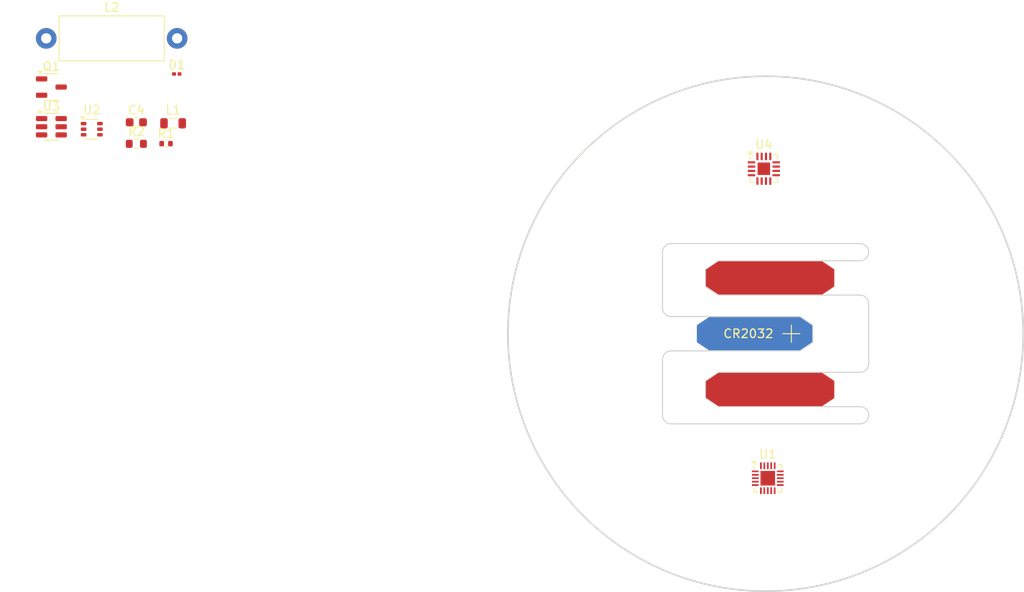
<source format=kicad_pcb>
(kicad_pcb (version 20240108) (generator "pcbnew") (generator_version "8.0")
  (layers (0 "F.Cu" signal) (31 "B.Cu" signal) (34 "B.Paste" user) (35 "F.Paste" user) (36 "B.SilkS" user "B.Silkscreen") (37 "F.SilkS" user "F.Silkscreen") (38 "B.Mask" user) (39 "F.Mask" user) (44 "Edge.Cuts" user))
  (net 0 "")
  (net 1 "GND")
  (net 2 "+3V3")
  (net 3 "Net-(BT1-+)")
  (net 4 "Net-(U3-SW)")
  (net 5 "Net-(C10-Pad1)")
  (net 6 "/+3V3_SW")
  (net 7 "Net-(Q1-D)")
  (net 8 "Net-(Q1-G)")
  (net 9 "/MCU_SCL")
  (net 10 "/MCU_SDA")
  (net 11 "/MCU_DAC0")
  (net 16 "/BUZZER_PULSE")
  (net 17 "/~{TX_EN}")
  (net 18 "/MCU_UPDI")
  (net 19 "/OUTPUT_PWR_EN")
  (net 27 "Net-(U3-V_{FB})")
  (net 28 "Net-(U4-XB)")
  (net 29 "/CLK1_T")
  (net 33 "Net-(U4-XA)")
  (footprint "Package_TO_SOT_SMD:SOT-23-6" (layer "F.Cu") (at 72.7785 71.647)
    (property "Reference" "U3" (at 0 -2.4 0) (layer "F.SilkS"))
    (property "Value" "TLV61070ADBV")
    (fp_line (start 0 -1.56) (end -0.8 -1.56) (stroke (width 0.12)) (layer "F.SilkS"))
    (fp_line (start 0 -1.56) (end 0.8 -1.56) (stroke (width 0.12)) (layer "F.SilkS"))
    (fp_line (start 0 1.56) (end -0.8 1.56) (stroke (width 0.12)) (layer "F.SilkS"))
    (fp_line (start 0 1.56) (end 0.8 1.56) (stroke (width 0.12)) (layer "F.SilkS"))
    (fp_poly (pts (xy -1.3 -1.51) (xy -1.54 -1.84) (xy -1.06 -1.84) (xy -1.3 -1.51)) (stroke (width 0.12)) (fill solid) (layer "F.SilkS"))
    (pad "1" smd roundrect (at -1.1375 -0.95) (size 1.325 0.6) (layers "F.Cu" "F.Paste" "F.Mask") (net 4 "Net-(U3-SW)"))
    (pad "2" smd roundrect (at -1.1375 0) (size 1.325 0.6) (layers "F.Cu" "F.Paste" "F.Mask") (net 1 "GND"))
    (pad "3" smd roundrect (at -1.1375 0.95) (size 1.325 0.6) (layers "F.Cu" "F.Paste" "F.Mask") (net 3 "Net-(BT1-+)"))
    (pad "4" smd roundrect (at 1.1375 0.95) (size 1.325 0.6) (layers "F.Cu" "F.Paste" "F.Mask") (net 27 "Net-(U3-V_{FB})"))
    (pad "5" smd roundrect (at 1.1375 0) (size 1.325 0.6) (layers "F.Cu" "F.Paste" "F.Mask") (net 2 "+3V3"))
    (pad "6" smd roundrect (at 1.1375 -0.95) (size 1.325 0.6) (layers "F.Cu" "F.Paste" "F.Mask") (net 3 "Net-(BT1-+)"))
  )
  (footprint "Solderless_CR2032_Holder:CR2032_PCBcutout" (layer "F.Cu") (at 161.417 95.758)
    (property "Reference" "BT1" (hide yes))
    (property "Value" "Battery_Cell" (hide yes))
    (fp_line (start -2.5 -1) (end -2.5 1) (stroke (width 0.12)) (layer "F.SilkS"))
    (fp_line (start -1.5 0) (end -3.5 0) (stroke (width 0.12)) (layer "F.SilkS"))
    (fp_line (start -17.5 -9.5) (end -17.5 -3) (stroke (width 0.12)) (layer "Edge.Cuts"))
    (fp_line (start -17.5 3) (end -17.5 9.5) (stroke (width 0.12)) (layer "Edge.Cuts"))
    (fp_line (start -16.5 -2) (end -1.5 -2) (stroke (width 0.12)) (layer "Edge.Cuts"))
    (fp_line (start -16.5 10.5) (end 5.5 10.5) (stroke (width 0.12)) (layer "Edge.Cuts"))
    (fp_line (start -12.5 -7.5) (end -11 -8.5) (stroke (width 0.12)) (layer "Edge.Cuts"))
    (fp_line (start -12.5 -5.5) (end -12.5 -7.5) (stroke (width 0.12)) (layer "Edge.Cuts"))
    (fp_line (start -12.5 5.5) (end -11 4.5) (stroke (width 0.12)) (layer "Edge.Cuts"))
    (fp_line (start -12.5 7.5) (end -12.5 5.5) (stroke (width 0.12)) (layer "Edge.Cuts"))
    (fp_line (start -11 -8.5) (end 5.5 -8.5) (stroke (width 0.12)) (layer "Edge.Cuts"))
    (fp_line (start -11 -4.5) (end -12.5 -5.5) (stroke (width 0.12)) (layer "Edge.Cuts"))
    (fp_line (start -11 4.5) (end 5.5 4.5) (stroke (width 0.12)) (layer "Edge.Cuts"))
    (fp_line (start -11 8.5) (end -12.5 7.5) (stroke (width 0.12)) (layer "Edge.Cuts"))
    (fp_line (start -1.5 -2) (end 0 -1) (stroke (width 0.12)) (layer "Edge.Cuts"))
    (fp_line (start -1.5 2) (end -16.5 2) (stroke (width 0.12)) (layer "Edge.Cuts"))
    (fp_line (start 0 -1) (end 0 1) (stroke (width 0.12)) (layer "Edge.Cuts"))
    (fp_line (start 0 1) (end -1.5 2) (stroke (width 0.12)) (layer "Edge.Cuts"))
    (fp_line (start 5.5 -10.5) (end -16.5 -10.5) (stroke (width 0.12)) (layer "Edge.Cuts"))
    (fp_line (start 5.5 -4.5) (end -11 -4.5) (stroke (width 0.12)) (layer "Edge.Cuts"))
    (fp_line (start 5.5 8.5) (end -11 8.5) (stroke (width 0.12)) (layer "Edge.Cuts"))
    (fp_line (start 6.5 3.5) (end 6.5 -3.5) (stroke (width 0.12)) (layer "Edge.Cuts"))
    (fp_arc (start -17.5 -9.5) (mid -17.207107 -10.207107) (end -16.5 -10.5) (stroke (width 0.12)) (layer "Edge.Cuts"))
    (fp_arc (start -17.5 3) (mid -17.207107 2.292893) (end -16.5 2) (stroke (width 0.12)) (layer "Edge.Cuts"))
    (fp_arc (start -16.5 -2) (mid -17.207107 -2.292893) (end -17.5 -3) (stroke (width 0.12)) (layer "Edge.Cuts"))
    (fp_arc (start -16.5 10.5) (mid -17.207107 10.207107) (end -17.5 9.5) (stroke (width 0.12)) (layer "Edge.Cuts"))
    (fp_arc (start 5.5 -10.5) (mid 6.207107 -10.207107) (end 6.5 -9.5) (stroke (width 0.12)) (layer "Edge.Cuts"))
    (fp_arc (start 5.5 -4.5) (mid 6.207107 -4.207107) (end 6.5 -3.5) (stroke (width 0.12)) (layer "Edge.Cuts"))
    (fp_arc (start 5.5 8.5) (mid 6.207107 8.792893) (end 6.5 9.5) (stroke (width 0.12)) (layer "Edge.Cuts"))
    (fp_arc (start 6.5 -9.5) (mid 6.207107 -8.792893) (end 5.5 -8.5) (stroke (width 0.12)) (layer "Edge.Cuts"))
    (fp_arc (start 6.5 3.5) (mid 6.207107 4.207107) (end 5.5 4.5) (stroke (width 0.12)) (layer "Edge.Cuts"))
    (fp_arc (start 6.5 9.5) (mid 6.207107 10.207107) (end 5.5 10.5) (stroke (width 0.12)) (layer "Edge.Cuts"))
    (fp_text user "CR2032" (at -7.5 0 0) (layer "F.SilkS"))
    (pad "1" smd custom (at -7.5 0) (size 1 1) (layers "B.Cu" "B.Paste" "B.Mask") (options (clearance outline) (anchor rect)) (primitives (gr_poly (pts (xy -4.5 2) (xy 6 2) (xy 7.5 1) (xy 7.5 -1) (xy 6 -2) (xy -4.5 -2) (xy -6 -1) (xy -6 1)) (width 0) (fill yes))))
    (pad "2" smd custom (at -5 -6.5) (size 15 1.524) (layers "F.Cu" "F.Paste" "F.Mask") (options (clearance outline) (anchor rect)) (primitives (gr_poly (pts (xy -6 2) (xy 6 2) (xy 7.5 1) (xy 7.5 -1) (xy 6 -2) (xy -6 -2) (xy -7.5 -1) (xy -7.5 1)) (width 0) (fill yes))))
    (pad "2" smd custom (at -5 6.5) (size 15 1.524) (layers "F.Cu" "F.Paste" "F.Mask") (options (clearance outline) (anchor rect)) (primitives (gr_poly (pts (xy -6 2) (xy 6 2) (xy 7.5 1) (xy 7.5 -1) (xy 6 -2) (xy -6 -2) (xy -7.5 -1) (xy -7.5 1)) (width 0) (fill yes))))
  )
  (footprint "Inductor_SMD:L_0805_2012Metric" (layer "F.Cu") (at 86.9485 71.247)
    (property "Reference" "L1" (at 0 -1.55 0) (layer "F.SilkS"))
    (property "Value" "4.7uH")
    (fp_line (start -0.399622 -0.56) (end 0.399622 -0.56) (stroke (width 0.12)) (layer "F.SilkS"))
    (fp_line (start -0.399622 0.56) (end 0.399622 0.56) (stroke (width 0.12)) (layer "F.SilkS"))
    (pad "1" smd roundrect (at -1.0625 0) (size 0.875 1.2) (layers "F.Cu" "F.Paste" "F.Mask") (net 3 "Net-(BT1-+)"))
    (pad "2" smd roundrect (at 1.0625 0) (size 0.875 1.2) (layers "F.Cu" "F.Paste" "F.Mask") (net 4 "Net-(U3-SW)"))
  )
  (footprint "Inductor_THT:L_Axial_L12.0mm_D5.0mm_P15.24mm_Horizontal_Fastron_MISC" (layer "F.Cu") (at 72.1785 61.347)
    (property "Reference" "L2" (at 7.62 -3.62 0) (layer "F.SilkS"))
    (property "Value" "100mH")
    (fp_line (start 1.44 0) (end 1.5 0) (stroke (width 0.12)) (layer "F.SilkS"))
    (fp_line (start 1.5 -2.62) (end 1.5 2.62) (stroke (width 0.12)) (layer "F.SilkS"))
    (fp_line (start 1.5 2.62) (end 13.74 2.62) (stroke (width 0.12)) (layer "F.SilkS"))
    (fp_line (start 13.74 -2.62) (end 1.5 -2.62) (stroke (width 0.12)) (layer "F.SilkS"))
    (fp_line (start 13.74 2.62) (end 13.74 -2.62) (stroke (width 0.12)) (layer "F.SilkS"))
    (fp_line (start 13.8 0) (end 13.74 0) (stroke (width 0.12)) (layer "F.SilkS"))
    (pad "1" thru_hole circle (at 0 0) (size 2.4 2.4) (drill 1.2) (layers "*.Cu" "*.Mask") (net 5 "Net-(C10-Pad1)"))
    (pad "2" thru_hole oval (at 15.24 0) (size 2.4 2.4) (drill 1.2) (layers "*.Cu" "*.Mask") (net 6 "/+3V3_SW"))
  )
  (footprint "Resistor_SMD:R_0402_1005Metric" (layer "F.Cu") (at 86.1285 73.617)
    (property "Reference" "R1" (at 0 -1.17 0) (layer "F.SilkS"))
    (property "Value" "1k8")
    (fp_line (start -0.153641 -0.38) (end 0.153641 -0.38) (stroke (width 0.12)) (layer "F.SilkS"))
    (fp_line (start -0.153641 0.38) (end 0.153641 0.38) (stroke (width 0.12)) (layer "F.SilkS"))
    (pad "1" smd roundrect (at -0.51 0) (size 0.54 0.64) (layers "F.Cu" "F.Paste" "F.Mask") (net 6 "/+3V3_SW"))
    (pad "2" smd roundrect (at 0.51 0) (size 0.54 0.64) (layers "F.Cu" "F.Paste" "F.Mask") (net 9 "/MCU_SCL"))
  )
  (footprint "Resistor_SMD:R_0603_1608Metric" (layer "F.Cu") (at 82.6685 73.637)
    (property "Reference" "R2" (at 0 -1.43 0) (layer "F.SilkS"))
    (property "Value" "1k8")
    (fp_line (start -0.237258 -0.5225) (end 0.237258 -0.5225) (stroke (width 0.12)) (layer "F.SilkS"))
    (fp_line (start -0.237258 0.5225) (end 0.237258 0.5225) (stroke (width 0.12)) (layer "F.SilkS"))
    (pad "1" smd roundrect (at -0.825 0) (size 0.8 0.95) (layers "F.Cu" "F.Paste" "F.Mask") (net 6 "/+3V3_SW"))
    (pad "2" smd roundrect (at 0.825 0) (size 0.8 0.95) (layers "F.Cu" "F.Paste" "F.Mask") (net 10 "/MCU_SDA"))
  )
  (footprint "Package_TO_SOT_SMD:SOT-23-3" (layer "F.Cu") (at 72.7785 67.022)
    (property "Reference" "Q1" (at 0 -2.4 0) (layer "F.SilkS"))
    (property "Value" "MMUN2238LT1G")
    (fp_line (start 0 -1.56) (end -0.8 -1.56) (stroke (width 0.12)) (layer "F.SilkS"))
    (fp_line (start 0 -1.56) (end 0.8 -1.56) (stroke (width 0.12)) (layer "F.SilkS"))
    (fp_line (start 0 1.56) (end -0.8 1.56) (stroke (width 0.12)) (layer "F.SilkS"))
    (fp_line (start 0 1.56) (end 0.8 1.56) (stroke (width 0.12)) (layer "F.SilkS"))
    (fp_poly (pts (xy -1.3 -1.51) (xy -1.54 -1.84) (xy -1.06 -1.84) (xy -1.3 -1.51)) (stroke (width 0.12)) (fill solid) (layer "F.SilkS"))
    (pad "1" smd roundrect (at -1.1375 -0.95) (size 1.325 0.6) (layers "F.Cu" "F.Paste" "F.Mask") (net 7 "Net-(Q1-D)"))
    (pad "2" smd roundrect (at -1.1375 0.95) (size 1.325 0.6) (layers "F.Cu" "F.Paste" "F.Mask") (net 1 "GND"))
    (pad "3" smd roundrect (at 1.1375 0) (size 1.325 0.6) (layers "F.Cu" "F.Paste" "F.Mask") (net 8 "Net-(Q1-G)"))
  )
  (footprint "Package_DFN_QFN:QFN-16-1EP_3x3mm_P0.5mm_EP1.45x1.45mm" (layer "F.Cu") (at 155.714 76.5405)
    (property "Reference" "U4" (at 0 -2.83 0) (layer "F.SilkS"))
    (property "Value" "Si5351B-B-GM1")
    (fp_line (start -1.61 -1.135) (end -1.61 -1.37) (stroke (width 0.12)) (layer "F.SilkS"))
    (fp_line (start -1.61 1.61) (end -1.61 1.135) (stroke (width 0.12)) (layer "F.SilkS"))
    (fp_line (start -1.135 -1.61) (end -1.31 -1.61) (stroke (width 0.12)) (layer "F.SilkS"))
    (fp_line (start -1.135 1.61) (end -1.61 1.61) (stroke (width 0.12)) (layer "F.SilkS"))
    (fp_line (start 1.135 -1.61) (end 1.61 -1.61) (stroke (width 0.12)) (layer "F.SilkS"))
    (fp_line (start 1.135 1.61) (end 1.61 1.61) (stroke (width 0.12)) (layer "F.SilkS"))
    (fp_line (start 1.61 -1.61) (end 1.61 -1.135) (stroke (width 0.12)) (layer "F.SilkS"))
    (fp_line (start 1.61 1.61) (end 1.61 1.135) (stroke (width 0.12)) (layer "F.SilkS"))
    (fp_poly (pts (xy -1.61 -1.61) (xy -1.85 -1.94) (xy -1.37 -1.94) (xy -1.61 -1.61)) (stroke (width 0.12)) (fill solid) (layer "F.SilkS"))
    (pad "1" smd roundrect (at -1.4375 -0.75) (size 0.875 0.25) (layers "F.Cu" "F.Paste" "F.Mask") (net 33 "Net-(U4-XA)"))
    (pad "2" smd roundrect (at -1.4375 -0.25) (size 0.875 0.25) (layers "F.Cu" "F.Paste" "F.Mask") (net 28 "Net-(U4-XB)"))
    (pad "3" smd roundrect (at -1.4375 0.25) (size 0.875 0.25) (layers "F.Cu" "F.Paste" "F.Mask") (net 11 "/MCU_DAC0"))
    (pad "4" smd roundrect (at -1.4375 0.75) (size 0.875 0.25) (layers "F.Cu" "F.Paste" "F.Mask") (net 9 "/MCU_SCL"))
    (pad "5" smd roundrect (at -0.75 1.4375) (size 0.25 0.875) (layers "F.Cu" "F.Paste" "F.Mask") (net 10 "/MCU_SDA"))
    (pad "6" smd roundrect (at -0.25 1.4375) (size 0.25 0.875) (layers "F.Cu" "F.Paste" "F.Mask") (net 17 "/~{TX_EN}"))
    (pad "7" smd roundrect (at 0.25 1.4375) (size 0.25 0.875) (layers "F.Cu" "F.Paste" "F.Mask") (net 29 "/CLK1_T"))
    (pad "8" smd roundrect (at 0.75 1.4375) (size 0.25 0.875) (layers "F.Cu" "F.Paste" "F.Mask") (net 6 "/+3V3_SW"))
    (pad "9" smd roundrect (at 1.4375 0.75) (size 0.875 0.25) (layers "F.Cu" "F.Paste" "F.Mask") (net 6 "/+3V3_SW"))
    (pad "10" smd roundrect (at 1.4375 0.25) (size 0.875 0.25) (layers "F.Cu" "F.Paste" "F.Mask"))
    (pad "11" smd roundrect (at 1.4375 -0.25) (size 0.875 0.25) (layers "F.Cu" "F.Paste" "F.Mask") (net 6 "/+3V3_SW"))
    (pad "12" smd roundrect (at 1.4375 -0.75) (size 0.875 0.25) (layers "F.Cu" "F.Paste" "F.Mask"))
    (pad "13" smd roundrect (at 0.75 -1.4375) (size 0.25 0.875) (layers "F.Cu" "F.Paste" "F.Mask"))
    (pad "14" smd roundrect (at 0.25 -1.4375) (size 0.25 0.875) (layers "F.Cu" "F.Paste" "F.Mask") (net 6 "/+3V3_SW"))
    (pad "15" smd roundrect (at -0.25 -1.4375) (size 0.25 0.875) (layers "F.Cu" "F.Paste" "F.Mask") (net 1 "GND"))
    (pad "16" smd roundrect (at -0.75 -1.4375) (size 0.25 0.875) (layers "F.Cu" "F.Paste" "F.Mask") (net 6 "/+3V3_SW"))
    (pad "17" smd rect (at 0 0) (size 1.45 1.45) (property pad_prop_heatsink) (layers "F.Cu" "F.Mask") (net 1 "GND"))
  )
  (footprint "Capacitor_SMD:C_0603_1608Metric" (layer "F.Cu") (at 82.6685 71.127)
    (property "Reference" "C4" (at 0 -1.43 0) (layer "F.SilkS"))
    (property "Value" "22uF")
    (fp_line (start -0.14058 -0.51) (end 0.14058 -0.51) (stroke (width 0.12)) (layer "F.SilkS"))
    (fp_line (start -0.14058 0.51) (end 0.14058 0.51) (stroke (width 0.12)) (layer "F.SilkS"))
    (pad "1" smd roundrect (at -0.775 0) (size 0.9 0.95) (layers "F.Cu" "F.Paste" "F.Mask") (net 2 "+3V3"))
    (pad "2" smd roundrect (at 0.775 0) (size 0.9 0.95) (layers "F.Cu" "F.Paste" "F.Mask") (net 1 "GND"))
  )
  (footprint "Diode_SMD:D_0201_0603Metric" (layer "F.Cu") (at 87.3735 65.497)
    (property "Reference" "D1" (at 0 -1.05 0) (layer "F.SilkS"))
    (property "Value" "ESD156B1W")
    (fp_circle (center -0.86 0) (end -0.81 0) (stroke (width 0.1)) (fill none) (layer "F.SilkS"))
    (pad "1" smd roundrect (at -0.32 0) (size 0.46 0.4) (layers "F.Cu" "F.Mask") (net 1 "GND"))
    (pad "2" smd roundrect (at 0.32 0) (size 0.46 0.4) (layers "F.Cu" "F.Mask") (net 3 "Net-(BT1-+)"))
  )
  (footprint "Package_DFN_QFN:VQFN-20-1EP_3x3mm_P0.4mm_EP1.7x1.7mm" (layer "F.Cu") (at 156.172 112.596)
    (property "Reference" "U1" (at 0 -2.8 0) (layer "F.SilkS"))
    (property "Value" "ATtiny416-M")
    (fp_line (start -1.61 -1.16) (end -1.61 -1.37) (stroke (width 0.12)) (layer "F.SilkS"))
    (fp_line (start -1.61 1.61) (end -1.61 1.16) (stroke (width 0.12)) (layer "F.SilkS"))
    (fp_line (start -1.16 -1.61) (end -1.31 -1.61) (stroke (width 0.12)) (layer "F.SilkS"))
    (fp_line (start -1.16 1.61) (end -1.61 1.61) (stroke (width 0.12)) (layer "F.SilkS"))
    (fp_line (start 1.16 -1.61) (end 1.61 -1.61) (stroke (width 0.12)) (layer "F.SilkS"))
    (fp_line (start 1.16 1.61) (end 1.61 1.61) (stroke (width 0.12)) (layer "F.SilkS"))
    (fp_line (start 1.61 -1.61) (end 1.61 -1.16) (stroke (width 0.12)) (layer "F.SilkS"))
    (fp_line (start 1.61 1.61) (end 1.61 1.16) (stroke (width 0.12)) (layer "F.SilkS"))
    (fp_poly (pts (xy -1.61 -1.61) (xy -1.85 -1.94) (xy -1.37 -1.94) (xy -1.61 -1.61)) (stroke (width 0.12)) (fill solid) (layer "F.SilkS"))
    (pad "1" smd custom (at -1.45 -0.8) (size 0.143431 0.143431) (layers "F.Cu" "F.Paste" "F.Mask") (options (clearance outline) (anchor circle)) (primitives (gr_poly (pts (xy -0.35 -0.05) (xy 0.299289 -0.05) (xy 0.35 0.000711) (xy 0.35 0.05) (xy -0.35 0.05)) (width 0.1) (fill yes))))
    (pad "2" smd roundrect (at -1.45 -0.4) (size 0.8 0.2) (layers "F.Cu" "F.Paste" "F.Mask"))
    (pad "3" smd roundrect (at -1.45 0) (size 0.8 0.2) (layers "F.Cu" "F.Paste" "F.Mask") (net 1 "GND"))
    (pad "4" smd roundrect (at -1.45 0.4) (size 0.8 0.2) (layers "F.Cu" "F.Paste" "F.Mask") (net 2 "+3V3"))
    (pad "5" smd custom (at -1.45 0.8) (size 0.143431 0.143431) (layers "F.Cu" "F.Paste" "F.Mask") (options (clearance outline) (anchor circle)) (primitives (gr_poly (pts (xy -0.35 -0.05) (xy 0.35 -0.05) (xy 0.35 -0.000711) (xy 0.299289 0.05) (xy -0.35 0.05)) (width 0.1) (fill yes))))
    (pad "6" smd custom (at -0.8 1.45) (size 0.143431 0.143431) (layers "F.Cu" "F.Paste" "F.Mask") (net 19 "/OUTPUT_PWR_EN") (options (clearance outline) (anchor circle)) (primitives (gr_poly (pts (xy -0.05 -0.299289) (xy 0.000711 -0.35) (xy 0.05 -0.35) (xy 0.05 0.35) (xy -0.05 0.35)) (width 0.1) (fill yes))))
    (pad "7" smd roundrect (at -0.4 1.45) (size 0.2 0.8) (layers "F.Cu" "F.Paste" "F.Mask") (net 11 "/MCU_DAC0"))
    (pad "8" smd roundrect (at 0 1.45) (size 0.2 0.8) (layers "F.Cu" "F.Paste" "F.Mask"))
    (pad "9" smd roundrect (at 0.4 1.45) (size 0.2 0.8) (layers "F.Cu" "F.Paste" "F.Mask"))
    (pad "10" smd custom (at 0.8 1.45) (size 0.143431 0.143431) (layers "F.Cu" "F.Paste" "F.Mask") (options (clearance outline) (anchor circle)) (primitives (gr_poly (pts (xy -0.05 -0.35) (xy -0.000711 -0.35) (xy 0.05 -0.299289) (xy 0.05 0.35) (xy -0.05 0.35)) (width 0.1) (fill yes))))
    (pad "11" smd custom (at 1.45 0.8) (size 0.143431 0.143431) (layers "F.Cu" "F.Paste" "F.Mask") (options (clearance outline) (anchor circle)) (primitives (gr_poly (pts (xy -0.35 -0.05) (xy 0.35 -0.05) (xy 0.35 0.05) (xy -0.299289 0.05) (xy -0.35 -0.000711)) (width 0.1) (fill yes))))
    (pad "12" smd roundrect (at 1.45 0.4) (size 0.8 0.2) (layers "F.Cu" "F.Paste" "F.Mask") (net 17 "/~{TX_EN}"))
    (pad "13" smd roundrect (at 1.45 0) (size 0.8 0.2) (layers "F.Cu" "F.Paste" "F.Mask") (net 10 "/MCU_SDA"))
    (pad "14" smd roundrect (at 1.45 -0.4) (size 0.8 0.2) (layers "F.Cu" "F.Paste" "F.Mask") (net 9 "/MCU_SCL"))
    (pad "15" smd custom (at 1.45 -0.8) (size 0.143431 0.143431) (layers "F.Cu" "F.Paste" "F.Mask") (options (clearance outline) (anchor circle)) (primitives (gr_poly (pts (xy -0.35 0.000711) (xy -0.299289 -0.05) (xy 0.35 -0.05) (xy 0.35 0.05) (xy -0.35 0.05)) (width 0.1) (fill yes))))
    (pad "16" smd custom (at 0.8 -1.45) (size 0.143431 0.143431) (layers "F.Cu" "F.Paste" "F.Mask") (options (clearance outline) (anchor circle)) (primitives (gr_poly (pts (xy -0.05 -0.35) (xy 0.05 -0.35) (xy 0.05 0.299289) (xy -0.000711 0.35) (xy -0.05 0.35)) (width 0.1) (fill yes))))
    (pad "17" smd roundrect (at 0.4 -1.45) (size 0.2 0.8) (layers "F.Cu" "F.Paste" "F.Mask") (net 16 "/BUZZER_PULSE"))
    (pad "18" smd roundrect (at 0 -1.45) (size 0.2 0.8) (layers "F.Cu" "F.Paste" "F.Mask"))
    (pad "19" smd roundrect (at -0.4 -1.45) (size 0.2 0.8) (layers "F.Cu" "F.Paste" "F.Mask") (net 18 "/MCU_UPDI"))
    (pad "20" smd custom (at -0.8 -1.45) (size 0.143431 0.143431) (layers "F.Cu" "F.Paste" "F.Mask") (options (clearance outline) (anchor circle)) (primitives (gr_poly (pts (xy -0.05 -0.35) (xy 0.05 -0.35) (xy 0.05 0.35) (xy 0.000711 0.35) (xy -0.05 0.299289)) (width 0.1) (fill yes))))
    (pad "21" smd rect (at 0 0) (size 1.7 1.7) (property pad_prop_heatsink) (layers "F.Cu" "F.Mask") (net 1 "GND"))
  )
  (footprint "Package_TO_SOT_SMD:SOT-363_SC-70-6" (layer "F.Cu") (at 77.4785 71.932)
    (property "Reference" "U2" (at 0 -2.25 0) (layer "F.SilkS"))
    (property "Value" "TPS22919DCK")
    (fp_line (start -0.71 -1.16) (end 0.7 -1.16) (stroke (width 0.12)) (layer "F.SilkS"))
    (fp_line (start -0.7 1.16) (end 0.7 1.16) (stroke (width 0.12)) (layer "F.SilkS"))
    (fp_poly (pts (xy -1.08 -1.11) (xy -1.32 -1.44) (xy -0.84 -1.44) (xy -1.08 -1.11)) (stroke (width 0.12)) (fill solid) (layer "F.SilkS"))
    (pad "1" smd roundrect (at -0.95 -0.65) (size 0.65 0.4) (layers "F.Cu" "F.Paste" "F.Mask") (net 2 "+3V3"))
    (pad "2" smd roundrect (at -0.95 0) (size 0.65 0.4) (layers "F.Cu" "F.Paste" "F.Mask") (net 1 "GND"))
    (pad "3" smd roundrect (at -0.95 0.65) (size 0.65 0.4) (layers "F.Cu" "F.Paste" "F.Mask") (net 19 "/OUTPUT_PWR_EN"))
    (pad "4" smd roundrect (at 0.95 0.65) (size 0.65 0.4) (layers "F.Cu" "F.Paste" "F.Mask"))
    (pad "5" smd roundrect (at 0.95 0) (size 0.65 0.4) (layers "F.Cu" "F.Paste" "F.Mask") (net 6 "/+3V3_SW"))
    (pad "6" smd roundrect (at 0.95 -0.65) (size 0.65 0.4) (layers "F.Cu" "F.Paste" "F.Mask") (net 6 "/+3V3_SW"))
  )
  (gr_circle (center 155.917 95.758) (end 185.917 95.758) (stroke (width 0.2)) (fill none) (layer "Edge.Cuts"))
)
</source>
